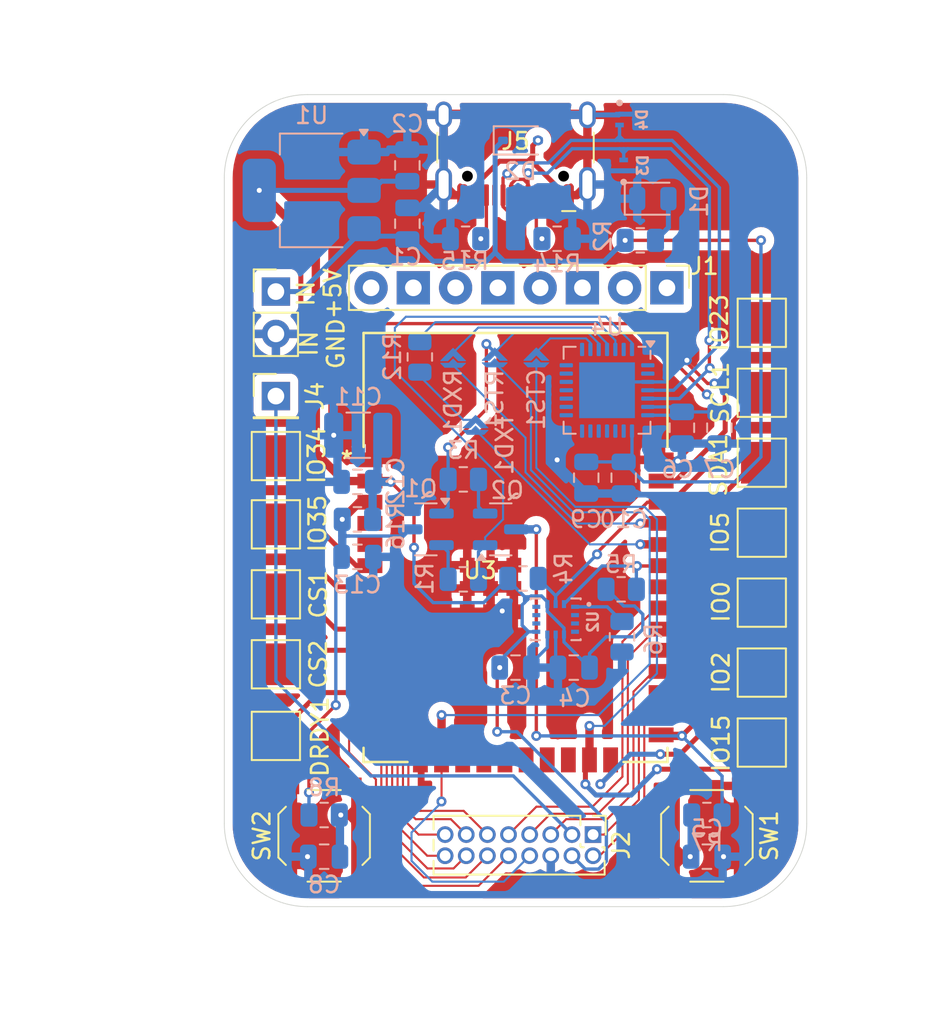
<source format=kicad_pcb>
(kicad_pcb (version 20240108) (generator "pcbnew") (generator_version "8.0")
  (layers (0 "F.Cu" signal) (31 "B.Cu" signal) (34 "B.Paste" user) (35 "F.Paste" user) (36 "B.SilkS" user "B.Silkscreen") (37 "F.SilkS" user "F.Silkscreen") (38 "B.Mask" user) (39 "F.Mask" user) (44 "Edge.Cuts" user))
  (net 0 "")
  (net 1 "Net-(C5-Pad2)")
  (net 2 "Net-(C8-Pad2)")
  (net 3 "Net-(D2-A)")
  (net 4 "Net-(D4-A2)")
  (net 5 "Net-(J5-CC1)")
  (net 7 "Net-(J5-CC2)")
  (net 9 "Net-(U2-SDO)")
  (net 10 "Net-(U4-TXD)")
  (net 15 "GND")
  (net 23 "+3.3V")
  (net 24 "+5V")
  (net 25 "Net-(D1-A)")
  (net 27 "EN")
  (net 28 "Net-(D3-A2)")
  (net 32 "RTS")
  (net 33 "Net-(Q1-B)")
  (net 34 "Net-(Q2-B)")
  (net 35 "DTR")
  (net 36 "IO0")
  (net 37 "TXD")
  (net 39 "TX0")
  (net 40 "RXD")
  (net 41 "RX0")
  (net 42 "CTS")
  (net 43 "IO15")
  (net 44 "DSR")
  (net 45 "ACTIVE")
  (net 46 "DCD")
  (net 47 "RI")
  (net 48 "IO23")
  (net 49 "IO35")
  (net 50 "SENSOR_VN")
  (net 51 "IO34")
  (net 52 "SENSOR_VP")
  (net 53 "IO5")
  (net 54 "IO2")
  (net 58 "DRDY")
  (net 59 "CS1")
  (net 60 "MISO")
  (net 61 "RLD")
  (net 62 "CS6")
  (net 63 "CS4")
  (net 64 "CS5")
  (net 65 "START")
  (net 66 "CLK")
  (net 67 "CS3")
  (net 68 "CS2")
  (net 69 "PWDN")
  (net 70 "SPICLK")
  (net 71 "PGA2P")
  (net 72 "PGA2N")
  (net 73 "GNDA")
  (net 74 "PGA1P")
  (net 75 "PGA1N")
  (net 76 "MOSI")
  (net 77 "SCL")
  (net 78 "SDA")
  (footprint "Connector_PinHeader_1.27mm:PinHeader_2x08_P1.27mm_Vertical" (layer "F.Cu") (at 172.16 122.425 -90)
    (property "Reference" "J2")
    (property "Value" "Conn_02x08_Odd_Even")
  )
  (footprint "TestPoint:TestPoint_Pad_2.5x2.5mm" (layer "F.Cu") (at 182.3 100.1)
    (property "Reference" "SDA1")
    (property "Value" "TestPoint")
  )
  (footprint "TestPoint:TestPoint_Pad_2.5x2.5mm" (layer "F.Cu") (at 182.3 104.3)
    (property "Reference" "IO5")
    (property "Value" "TestPoint")
  )
  (footprint "TestPoint:TestPoint_Pad_2.5x2.5mm" (layer "F.Cu") (at 153.1 99.7)
    (property "Reference" "IO34")
    (property "Value" "TestPoint")
  )
  (footprint "Connector_PinHeader_2.54mm:PinHeader_1x08_P2.54mm_Vertical" (layer "F.Cu") (at 176.6 89.6 -90)
    (property "Reference" "J1")
    (property "Value" "Conn_01x08_Pin")
  )
  (footprint "TestPoint:TestPoint_Pad_2.5x2.5mm" (layer "F.Cu") (at 153.1 103.8)
    (property "Reference" "IO35")
    (property "Value" "TestPoint")
  )
  (footprint "TestPoint:TestPoint_Pad_2.5x2.5mm" (layer "F.Cu") (at 182.3 116.9)
    (property "Reference" "IO15")
    (property "Value" "TestPoint")
  )
  (footprint "TestPoint:TestPoint_Pad_2.5x2.5mm" (layer "F.Cu") (at 182.3 91.7)
    (property "Reference" "IO23")
    (property "Value" "TestPoint")
  )
  (footprint "TestPoint:TestPoint_Pad_2.5x2.5mm" (layer "F.Cu") (at 182.3 95.9)
    (property "Reference" "SCL1")
    (property "Value" "TestPoint")
  )
  (footprint "Connector_USB:USB_C_Receptacle_HCTL_HC-TYPE-C-16P-01A" (layer "F.Cu") (at 167.5 80.29281 180)
    (property "Reference" "J5")
    (property "Value" "USB_C_Receptacle_USB2.0_16P")
  )
  (footprint "Connector_PinHeader_2.54mm:PinHeader_1x01_P2.54mm_Vertical" (layer "F.Cu") (at 153.1 96.1)
    (property "Reference" "J4")
    (property "Value" "Conn_01x01_Socket")
  )
  (footprint "TestPoint:TestPoint_Pad_2.5x2.5mm" (layer "F.Cu") (at 153.1 112.2)
    (property "Reference" "CS2")
    (property "Value" "TestPoint")
  )
  (footprint "Button_Switch_SMD:SW_Push_1P1T_XKB_TS-1187A" (layer "F.Cu") (at 156 122.5 90)
    (property "Reference" "SW2")
    (property "Value" "SW_Push")
  )
  (footprint "TestPoint:TestPoint_Pad_2.5x2.5mm" (layer "F.Cu") (at 153.1 116.5)
    (property "Reference" "DRDY1")
    (property "Value" "TestPoint")
  )
  (footprint "SEMG:ESP32­WROOM­32E_EXP" (layer "F.Cu") (at 167.5 105.19)
    (property "Reference" "U3")
    (property "Value" "ESP32-WROOM-32E-N8")
  )
  (footprint "TestPoint:TestPoint_Pad_2.5x2.5mm" (layer "F.Cu") (at 153.1 108)
    (property "Reference" "CS1")
    (property "Value" "TestPoint")
  )
  (footprint "TestPoint:TestPoint_Pad_2.5x2.5mm" (layer "F.Cu") (at 182.3 112.7)
    (property "Reference" "IO2")
    (property "Value" "TestPoint")
  )
  (footprint "Button_Switch_SMD:SW_Push_1P1T_XKB_TS-1187A" (layer "F.Cu") (at 179 122.5 -90)
    (property "Reference" "SW1")
    (property "Value" "SW_Push")
  )
  (footprint "Connector_PinHeader_2.54mm:PinHeader_1x02_P2.54mm_Vertical" (layer "F.Cu") (at 153.1 89.825)
    (property "Reference" "J3" (hide yes))
    (property "Value" "Conn_01x02_Socket")
  )
  (footprint "TestPoint:TestPoint_Pad_2.5x2.5mm" (layer "F.Cu") (at 182.3 108.5)
    (property "Reference" "IO0")
    (property "Value" "TestPoint")
  )
  (footprint "Capacitor_SMD:C_0805_2012Metric" (layer "B.Cu") (at 171 112.4 180)
    (property "Reference" "C4")
    (property "Value" "100nF")
  )
  (footprint "Resistor_SMD:R_0805_2012Metric" (layer "B.Cu") (at 164.3625 107.1 180)
    (property "Reference" "R1")
    (property "Value" "12K")
  )
  (footprint "Capacitor_SMD:C_0805_2012Metric" (layer "B.Cu") (at 177.5 98 -90)
    (property "Reference" "C6")
    (property "Value" "10uF")
  )
  (footprint "SEMG:JumperDiamond" (layer "B.Cu") (at 166.25 94)
    (property "Reference" "RTS1")
    (property "Value" "OR")
  )
  (footprint "Capacitor_SMD:C_0805_2012Metric" (layer "B.Cu") (at 158 101.25 180)
    (property "Reference" "C12")
    (property "Value" "1uF")
  )
  (footprint "Resistor_SMD:R_0805_2012Metric" (layer "B.Cu") (at 179 121.25)
    (property "Reference" "R7")
    (property "Value" "470")
  )
  (footprint "Capacitor_SMD:C_0805_2012Metric" (layer "B.Cu") (at 167.5 112.4)
    (property "Reference" "C3")
    (property "Value" "100nF")
  )
  (footprint "Resistor_SMD:R_0805_2012Metric" (layer "B.Cu") (at 167.95 107.05)
    (property "Reference" "R4")
    (property "Value" "2.2k")
  )
  (footprint "Capacitor_SMD:C_0805_2012Metric" (layer "B.Cu") (at 179 123.75 180)
    (property "Reference" "C5")
    (property "Value" "1nF")
  )
  (footprint "Capacitor_SMD:C_0805_2012Metric" (layer "B.Cu") (at 158 105.75)
    (property "Reference" "C13")
    (property "Value" "1nF")
  )
  (footprint "Package_TO_SOT_SMD:SOT-223-3_TabPin2" (layer "B.Cu") (at 155.25 83.75 180)
    (property "Reference" "U1")
    (property "Value" "NCP1117-3.3_SOT223")
  )
  (footprint "SEMG:JumperDiamond" (layer "B.Cu") (at 168.75 94)
    (property "Reference" "CTS1")
    (property "Value" "OR")
  )
  (footprint "Capacitor_SMD:C_0805_2012Metric" (layer "B.Cu") (at 161 82.25 90)
    (property "Reference" "C2")
    (property "Value" "10uF")
  )
  (footprint "Resistor_SMD:R_0805_2012Metric" (layer "B.Cu") (at 173.9 110.55 -90)
    (property "Reference" "R6")
    (property "Value" "10k")
  )
  (footprint "Diode_SMD:D_SOD-323" (layer "B.Cu") (at 167.8 80.75)
    (property "Reference" "D2")
    (property "Value" "1N5819")
  )
  (footprint "Capacitor_SMD:C_0805_2012Metric" (layer "B.Cu") (at 161 85.75 90)
    (property "Reference" "C1")
    (property "Value" "10uF")
  )
  (footprint "Resistor_SMD:R_0805_2012Metric" (layer "B.Cu") (at 173.85 107.7)
    (property "Reference" "R5")
    (property "Value" "2.2k")
  )
  (footprint "Package_TO_SOT_SMD:SOT-23" (layer "B.Cu") (at 166.6125 104.1)
    (property "Reference" "Q2")
    (property "Value" "S8050")
  )
  (footprint "Capacitor_SMD:C_0805_2012Metric" (layer "B.Cu") (at 179.75 98 -90)
    (property "Reference" "C7")
    (property "Value" "100nF")
  )
  (footprint "Package_DFN_QFN:QFN-28-1EP_5x5mm_P0.5mm_EP3.35x3.35mm" (layer "B.Cu") (at 173 95.75 180)
    (property "Reference" "U4")
    (property "Value" "CP2102_QFN_P28")
  )
  (footprint "Capacitor_SMD:C_0805_2012Metric" (layer "B.Cu") (at 171.75 101 -90)
    (property "Reference" "C9")
    (property "Value" "10uF")
  )
  (footprint "Resistor_SMD:R_0805_2012Metric" (layer "B.Cu") (at 164.3625 101.1)
    (property "Reference" "R3")
    (property "Value" "12K")
  )
  (footprint "Diode_SMD:D_0805_2012Metric" (layer "B.Cu") (at 175.75 84.25)
    (property "Reference" "D1")
    (property "Value" "LED")
  )
  (footprint "Package_TO_SOT_SMD:SOT-23" (layer "B.Cu") (at 162.1125 104.1 180)
    (property "Reference" "Q1")
    (property "Value" "S8050")
  )
  (footprint "Capacitor_SMD:C_0805_2012Metric" (layer "B.Cu") (at 156 123.75)
    (property "Reference" "C8")
    (property "Value" "1nF")
  )
  (footprint "Capacitor_SMD:C_1210_3225Metric" (layer "B.Cu") (at 158.05 98.45 180)
    (property "Reference" "C11")
    (property "Value" "100uF")
  )
  (footprint "Resistor_SMD:R_0805_2012Metric" (layer "B.Cu") (at 161.75 93.75 -90)
    (property "Reference" "R12")
    (property "Value" "470")
  )
  (footprint "Capacitor_SMD:C_0805_2012Metric" (layer "B.Cu") (at 174 101 -90)
    (property "Reference" "C10")
    (property "Value" "100nF")
  )
  (footprint "SEMG:XDCR_BMI270" (layer "B.Cu") (at 169.9125 109.5 180)
    (property "Reference" "U2")
    (property "Value" "BMI270")
  )
  (footprint "Resistor_SMD:R_0805_2012Metric" (layer "B.Cu") (at 164.5 86.65281 180)
    (property "Reference" "R15")
    (property "Value" "5.1k")
  )
  (footprint "SEMG:JumperDiamond" (layer "B.Cu") (at 165.1 98.05)
    (property "Reference" "TXD1")
    (property "Value" "OR")
  )
  (footprint "SEMG:DFN1006-2N" (layer "B.Cu") (at 174 82.25 90)
    (property "Reference" "D3")
    (property "Value" "ESD05V88D-LC")
  )
  (footprint "Resistor_SMD:R_0805_2012Metric" (layer "B.Cu") (at 156 121.25 180)
    (property "Reference" "R8")
    (property "Value" "470")
  )
  (footprint "Resistor_SMD:R_0805_2012Metric" (layer "B.Cu") (at 170 86.65281)
    (property "Reference" "R14")
    (property "Value" "5.1k")
  )
  (footprint "SEMG:DFN1006-2N" (layer "B.Cu") (at 173.75 79.5 -90)
    (property "Reference" "D4")
    (property "Value" "ESD05V88D-LC")
  )
  (footprint "Resistor_SMD:R_0805_2012Metric" (layer "B.Cu") (at 158 103.5 180)
    (property "Reference" "R16")
    (property "Value" "12K")
  )
  (footprint "Resistor_SMD:R_0805_2012Metric" (layer "B.Cu") (at 175 86.75)
    (property "Reference" "R2")
    (property "Value" "2K")
  )
  (footprint "SEMG:JumperDiamond" (layer "B.Cu") (at 163.75 94.025)
    (property "Reference" "RXD1")
    (property "Value" "OR")
  )
  (gr_arc (start 155 126.750066) (mid 151.464443 125.285604) (end 150 121.750066) (stroke (width 0.05)) (layer "Edge.Cuts"))
  (gr_arc (start 150 82.999966) (mid 151.464478 79.464454) (end 155 77.999966) (stroke (width 0.05)) (layer "Edge.Cuts"))
  (gr_line (start 185 121.749966) (end 185 83.000066) (stroke (width 0.05)) (layer "Edge.Cuts"))
  (gr_arc (start 185 121.749966) (mid 183.535546 125.285522) (end 180 126.749966) (stroke (width 0.05)) (layer "Edge.Cuts"))
  (gr_arc (start 180 78.000066) (mid 183.535511 79.464536) (end 185 83.000066) (stroke (width 0.05)) (layer "Edge.Cuts"))
  (gr_line (start 155 126.75) (end 180 126.75) (stroke (width 0.05)) (layer "Edge.Cuts"))
  (gr_line (start 180 78) (end 155 78) (stroke (width 0.05)) (layer "Edge.Cuts"))
  (gr_line (start 150 82.999966) (end 150 121.750066) (stroke (width 0.05)) (layer "Edge.Cuts"))
  (gr_text "IN\nGND\n\n" (at 158.9 92.95 90) (layer "F.SilkS") (effects (font (size 1 1)) (justify bottom)))
  (gr_text "IN\n+5V\n" (at 157.1 89.95 90) (layer "F.SilkS") (effects (font (size 1 1)) (justify bottom)))
  (segment (start 177.125 119.5) (end 177.125 123.25) (width 0.5) (layer "F.Cu") (net 1))
  (segment (start 177.125 123.25) (end 177.125 123.75) (width 0.5) (layer "F.Cu") (net 1))
  (segment (start 177.125 124.25) (end 177.125 125.5) (width 0.5) (layer "F.Cu") (net 1))
  (segment (start 177.125 123.75) (end 177.125 124.25) (width 0.5) (layer "F.Cu") (net 1))
  (segment (start 178 123.75) (end 177.125 123.75) (width 0.5) (layer "F.Cu") (net 1))
  (segment (start 177.625 123.75) (end 177.125 123.25) (width 0.5) (layer "F.Cu") (net 1))
  (segment (start 178 123.75) (end 177.625 123.75) (width 0.5) (layer "F.Cu") (net 1))
  (segment (start 177.625 123.75) (end 177.125 124.25) (width 0.5) (layer "F.Cu") (net 1))
  (via (at 178 123.75) (size 0.6) (drill 0.3) (layers "F.Cu" "B.Cu") (net 1))
  (segment (start 178.0875 123.7125) (end 178.05 123.75) (width 0.5) (layer "B.Cu") (net 1))
  (segment (start 178.0875 121.25) (end 178.0875 123.7125) (width 0.5) (layer "B.Cu") (net 1))
  (segment (start 178.05 123.75) (end 178 123.75) (width 0.5) (layer "B.Cu") (net 1))
  (segment (start 157.875 121.75) (end 157.875 121.625) (width 0.5) (layer "F.Cu") (net 2))
  (segment (start 157.875 125.5) (end 157.875 121.75) (width 0.5) (layer "F.Cu") (net 2))
  (segment (start 157.5 121.25) (end 157.875 121.25) (width 0.5) (layer "F.Cu") (net 2))
  (segment (start 157.875 121.25) (end 157.875 120.75) (width 0.5) (layer "F.Cu") (net 2))
  (segment (start 157.875 121.625) (end 157.5 121.25) (width 0.5) (layer "F.Cu") (net 2))
  (segment (start 157.875 120.75) (end 157.875 119.5) (width 0.5) (layer "F.Cu") (net 2))
  (segment (start 157.875 121.75) (end 157.875 121.25) (width 0.5) (layer "F.Cu") (net 2))
  (segment (start 157.875 120.875) (end 157.5 121.25) (width 0.5) (layer "F.Cu") (net 2))
  (segment (start 157.875 120.75) (end 157.875 120.875) (width 0.5) (layer "F.Cu") (net 2))
  (segment (start 157 121.25) (end 157.5 121.25) (width 0.5) (layer "F.Cu") (net 2))
  (via (at 157 121.25) (size 0.6) (drill 0.3) (layers "F.Cu" "B.Cu") (net 2))
  (segment (start 157 121.25) (end 156.95 121.3) (width 0.5) (layer "B.Cu") (net 2))
  (segment (start 156.95 121.3) (end 156.95 123.75) (width 0.5) (layer "B.Cu") (net 2))
  (segment (start 168.532195 82.06531) (end 169.9 83.433115) (width 0.3) (layer "F.Cu") (net 3))
  (segment (start 165.1 83.43469) (end 166.53469 82) (width 0.3) (layer "F.Cu") (net 3))
  (segment (start 168.25 82) (end 168.466885 82) (width 0.3) (layer "F.Cu") (net 3))
  (segment (start 168.85 80.75) (end 168.532195 81.067805) (width 0.3) (layer "F.Cu") (net 3))
  (segment (start 168.532195 81.7) (end 168.532195 82.06531) (width 0.3) (layer "F.Cu") (net 3))
  (segment (start 168.532195 81.717805) (end 168.25 82) (width 0.3) (layer "F.Cu") (net 3))
  (segment (start 169.9 83.433115) (end 169.9 84.03781) (width 0.3) (layer "F.Cu") (net 3))
  (segment (start 166.53469 82) (end 168.25 82) (width 0.3) (layer "F.Cu") (net 3))
  (segment (start 168.466885 82) (end 168.532195 82.06531) (width 0.3) (layer "F.Cu") (net 3))
  (segment (start 168.532195 81.7) (end 168.532195 81.717805) (width 0.3) (layer "F.Cu") (net 3))
  (segment (start 165.1 84.03781) (end 165.1 83.43469) (width 0.3) (layer "F.Cu") (net 3))
  (segment (start 168.532195 81.067805) (end 168.532195 81.7) (width 0.3) (layer "F.Cu") (net 3))
  (via (at 168.85 80.75) (size 0.6) (drill 0.3) (layers "F.Cu" "B.Cu") (net 3))
  (segment (start 167.75 84.03781) (end 167.75 84.72022) (width 0.2) (layer "F.Cu") (net 4))
  (segment (start 166.75 84.72022) (end 166.75 84.03781) (width 0.2) (layer "F.Cu") (net 4))
  (segment (start 166.75 83.006872) (end 166.75 84.03781) (width 0.2) (layer "F.Cu") (net 4))
  (segment (start 167.003436 82.753436) (end 166.75 83.006872) (width 0.2) (layer "F.Cu") (net 4))
  (segment (start 167.75 84.72022) (end 167.48241 84.98781) (width 0.2) (layer "F.Cu") (net 4))
  (segment (start 167.01759 84.98781) (end 166.75 84.72022) (width 0.2) (layer "F.Cu") (net 4))
  (segment (start 167.48241 84.98781) (end 167.01759 84.98781) (width 0.2) (layer "F.Cu") (net 4))
  (via (at 167.003436 82.753436) (size 0.6) (drill 0.3) (layers "F.Cu" "B.Cu") (net 4))
  (segment (start 173.75 80.5) (end 173.5 80.75) (width 0.2) (layer "B.Cu") (net 4))
  (segment (start 167.003436 82.753436) (end 167.656872 82.1) (width 0.2) (layer "B.Cu") (net 4))
  (segment (start 177 95.75) (end 175.45 95.75) (width 0.2) (layer "B.Cu") (net 4))
  (segment (start 176.912876 80.75) (end 179.75 83.587124) (width 0.2) (layer "B.Cu") (net 4))
  (segment (start 173.75 80.75) (end 174 80.75) (width 0.2) (layer "B.Cu") (net 4))
  (segment (start 173.75 80.5) (end 174 80.75) (width 0.2) (layer "B.Cu") (net 4))
  (segment (start 174 80.75) (end 176.912876 80.75) (width 0.2) (layer "B.Cu") (net 4))
  (segment (start 173.75 80.5) (end 173.75 80.75) (width 0.2) (layer "B.Cu") (net 4))
  (segment (start 167.656872 82.1) (end 169.484314 82.1) (width 0.2) (layer "B.Cu") (net 4))
  (segment (start 170.834314 80.75) (end 173.5 80.75) (width 0.2) (layer "B.Cu") (net 4))
  (segment (start 179.75 93) (end 177 95.75) (width 0.2) (layer "B.Cu") (net 4))
  (segment (start 173.5 80.75) (end 173.75 80.75) (width 0.2) (layer "B.Cu") (net 4))
  (segment (start 179.75 83.587124) (end 179.75 93) (width 0.2) (layer "B.Cu") (net 4))
  (segment (start 173.75 79.825) (end 173.75 80.5) (width 0.2) (layer "B.Cu") (net 4))
  (segment (start 169.484314 82.1) (end 170.834314 80.75) (width 0.2) (layer "B.Cu") (net 4))
  (segment (start 168.75 86.31531) (end 169.0875 86.65281) (width 0.2) (layer "F.Cu") (net 5))
  (segment (start 168.75 84.03781) (end 168.75 86.31531) (width 0.2) (layer "F.Cu") (net 5))
  (via (at 169.0875 86.65281) (size 0.6) (drill 0.3) (layers "F.Cu" "B.Cu") (net 5))
  (segment (start 165.75 86.31531) (end 165.4125 86.65281) (width 0.2) (layer "F.Cu") (net 7))
  (segment (start 165.75 84.03781) (end 165.75 86.31531) (width 0.2) (layer "F.Cu") (net 7))
  (via (at 165.4125 86.65281) (size 0.6) (drill 0.3) (layers "F.Cu" "B.Cu") (net 7))
  (segment (start 173.9 109.6375) (end 173.0125 108.75) (width 0.2) (layer "B.Cu") (net 9))
  (segment (start 173.0125 108.75) (end 171.075 108.75) (width 0.2) (layer "B.Cu") (net 9))
  (segment (start 172.4125 91.6625) (end 162.675 91.6625) (width 0.125) (layer "B.Cu") (net 10))
  (segment (start 173.5 93.3) (end 173.5 92.75) (width 0.125) (layer "B.Cu") (net 10))
  (segment (start 173.5 92.75) (end 172.4125 91.6625) (width 0.125) (layer "B.Cu") (net 10))
  (segment (start 162.675 91.6625) (end 161.5 92.8375) (width 0.125) (layer "B.Cu") (net 10))
  (segment (start 163.245 79.15281) (end 171.755 79.15281) (width 0.5) (layer "F.Cu") (net 15))
  (segment (start 180.875 124.125) (end 180.5 123.75) (width 0.5) (layer "F.Cu") (net 15))
  (segment (start 164.6 107.65) (end 167.4 107.65) (width 0.5) (layer "F.Cu") (net 15))
  (segment (start 179.041553 95.340082) (end 177.799265 94.097794) (width 0.2) (layer "F.Cu") (net 15))
  (segment (start 163.82 84.03781) (end 163.18 83.39781) (width 0.5) (layer "F.Cu") (net 15))
  (segment (start 154.125 124.25) (end 154.125 124.125) (width 0.5) (layer "F.Cu") (net 15))
  (segment (start 170 99.93) (end 176.25 99.93) (width 0.5) (layer "F.Cu") (net 15))
  (segment (start 166.7 109) (end 166.75 109.05) (width 0.5) (layer "F.Cu") (net 15))
  (segment (start 180.875 123.25) (end 180.875 123.75) (width 0.5) (layer "F.Cu") (net 15))
  (segment (start 161.785 111.865) (end 164.6 109.05) (width 0.5) (layer "F.Cu") (net 15))
  (segment (start 180.875 123.75) (end 180.875 124.25) (width 0.5) (layer "F.Cu") (net 15))
  (segment (start 171.18 84.03781) (end 171.82 83.39781) (width 0.5) (layer "F.Cu") (net 15))
  (segment (start 177.25 100) (end 176.32 100) (width 0.5) (layer "F.Cu") (net 15))
  (segment (start 166.75 109.05) (end 167.4 109.05) (width 0.5) (layer "F.Cu") (net 15))
  (segment (start 164 99.93) (end 165 99.93) (width 0.5) (layer "F.Cu") (net 15))
  (segment (start 156.575 98.45) (end 158.055 99.93) (width 0.5) (layer "F.Cu") (net 15))
  (segment (start 180.875 124.25) (end 180.875 124.125) (width 0.5) (layer "F.Cu") (net 15))
  (segment (start 180.875 123.25) (end 180.875 123.375) (width 0.5) (layer "F.Cu") (net 15))
  (segment (start 180.875 124.25) (end 180.875 125.5) (width 0.5) (layer "F.Cu") (net 15))
  (segment (start 154.125 123.25) (end 154.125 119.5) (width 0.5) (layer "F.Cu") (net 15))
  (segment (start 164.6 106.25) (end 164.6 109.05) (width 0.5) (layer "F.Cu") (net 15))
  (segment (start 154.125 123.25) (end 154.125 123.375) (width 0.5) (layer "F.Cu") (net 15))
  (segment (start 170.7 84.75) (end 170.7 85.35) (width 0.5) (layer "F.Cu") (net 15))
  (segment (start 163.18 79.21781) (end 163.18 83.39781) (width 0.5) (layer "F.Cu") (net 15))
  (segment (start 167.4 106.25) (end 167.4 109.05) (width 0.5) (layer "F.Cu") (net 15))
  (segment (start 179.452231 95.340082) (end 179.041553 95.340082) (width 0.2) (layer "F.Cu") (net 15))
  (segment (start 169.62 125.22) (end 169.95 125.55) (width 0.3) (layer "F.Cu") (net 15))
  (segment (start 158.75 99.93) (end 164 99.93) (width 0.5) (layer "F.Cu") (net 15))
  (segment (start 158.055 99.93) (end 158.75 99.93) (width 0.5) (layer "F.Cu") (net 15))
  (segment (start 154.125 124.25) (end 154.125 123.75) (width 0.5) (layer "F.Cu") (net 15))
  (segment (start 164.6 106.25) (end 167.4 106.25) (width 0.5) (layer "F.Cu") (net 15))
  (segment (start 164.3 84.03781) (end 164.3 85.7) (width 0.5) (layer "F.Cu") (net 15))
  (segment (start 164.6 100.33) (end 165 99.93) (width 0.5) (layer "F.Cu") (net 15))
  (segment (start 164.2 99.93) (end 164.6 100.33) (width 0.5) (layer "F.Cu") (net 15))
  (segment (start 161.785 117.94) (end 161.785 111.865) (width 0.5) (layer "F.Cu") (net 15))
  (segment (start 164.3 85.7) (end 164.2 85.8) (width 0.5) (layer "F.Cu") (net 15))
  (segment (start 180.875 123.375) (end 180.5 123.75) (width 0.5) (layer "F.Cu") (net 15))
  (segment (start 163.18 79.21781) (end 163.245 79.15281) (width 0.5) (layer "F.Cu") (net 15))
  (segment (start 154.125 124.125) (end 154.5 123.75) (width 0.5) (layer "F.Cu") (net 15))
  (segment (start 165 99.93) (end 170 99.93) (width 0.5) (layer "F.Cu") (net 15))
  (segment (start 154.125 123.75) (end 154.125 123.25) (width 0.5) (layer "F.Cu") (net 15))
  (segment (start 166.65 109.05) (end 166.7 109) (width 0.5) (layer "F.Cu") (net 15))
  (segment (start 170.7 84.03781) (end 170.7 84.75) (width 0.5) (layer "F.Cu") (net 15))
  (segment (start 180 123.75) (end 180.5 123.75) (width 0.5) (layer "F.Cu") (net 15))
  (segment (start 180.5 123.75) (end 180.875 123.75) (width 0.5) (layer "F.Cu") (net 15))
  (segment (start 154.125 123.375) (end 154.5 123.75) (width 0.5) (layer "F.Cu") (net 15))
  (segment (start 170.7 84.03781) (end 171.18 84.03781) (width 0.5) (layer "F.Cu") (net 15))
  (segment (start 171.755 79.15281) (end 171.82 79.21781) (width 0.5) (layer "F.Cu") (net 15))
  (segment (start 169.62 123.695) (end 169.62 125.22) (width 0.3) (layer "F.Cu") (net 15))
  (segment (start 155 123.75) (end 154.5 123.75) (width 0.5) (layer "F.Cu") (net 15))
  (segment (start 176.32 100) (end 176.25 99.93) (width 0.5) (layer "F.Cu") (net 15))
  (segment (start 154.125 125.5) (end 154.125 124.25) (width 0.5) (layer "F.Cu") (net 15))
  (segment (start 154.5 123.75) (end 154.125 123.75) (width 0.5) (layer "F.Cu") (net 15))
  (segment (start 164.6 109.05) (end 166.65 109.05) (width 0.5) (layer "F.Cu") (net 15))
  (segment (start 171.82 79.21781) (end 171.82 83.39781) (width 0.3) (layer "F.Cu") (net 15))
  (segment (start 177.799265 94.097794) (end 177.799265 93.950735) (width 0.2) (layer "F.Cu") (net 15))
  (segment (start 164.6 106.25) (end 164.6 100.33) (width 0.5) (layer "F.Cu") (net 15))
  (segment (start 164.3 84.03781) (end 163.82 84.03781) (width 0.5) (layer "F.Cu") (net 15))
  (segment (start 166 106.25) (end 166 109.05) (width 0.5) (layer "F.Cu") (net 15))
  (segment (start 180.875 119.5) (end 180.875 123.25) (width 0.5) (layer "F.Cu") (net 15))
  (segment (start 164 99.93) (end 164.2 99.93) (width 0.5) (layer "F.Cu") (net 15))
  (via (at 166.7 109) (size 0.6) (drill 0.3) (layers "F.Cu" "B.Cu") (net 15))
  (via (at 156.575 98.45) (size 0.6) (drill 0.3) (layers "F.Cu" "B.Cu") (net 15))
  (via (at 155 123.75) (size 0.6) (drill 0.3) (layers "F.Cu" "B.Cu") (net 15))
  (via (at 170 99.93) (size 0.6) (drill 0.3) (layers "F.Cu" "B.Cu") (net 15))
  (via (at 180 123.75) (size 0.6) (drill 0.3) (layers "F.Cu" "B.Cu") (net 15))
  (via (at 177.25 100) (size 0.6) (drill 0.3) (layers "F.Cu" "B.Cu") (net 15))
  (via (at 177.799265 93.950735) (size 0.6) (drill 0.3) (layers "F.Cu" "B.Cu") (net 15))
  (via (at 179.452231 95.340082) (size 0.6) (drill 0.3) (layers "F.Cu" "B.Cu") (net 15))
  (segment (start 174 82.575) (end 174.925 82.575) (width 0.3) (layer "B.Cu") (net 15))
  (segment (start 161 84.8) (end 161.77781 84.8) (width 0.5) (layer "B.Cu") (net 15))
  (segment (start 174.925 82.575) (end 175 82.5) (width 0.3) (layer "B.Cu") (net 15))
  (segment (start 173.075 82.575) (end 173 82.5) (width 0.3) (layer "B.Cu") (net 15))
  (segment (start 177.5 99.75) (end 177.25 100) (width 0.5) (layer "B.Cu") (net 15))
  (segment (start 169.9125 112.2625) (end 170.05 112.4) (width 0.2) (layer "B.Cu") (net 15))
  (segment (start 156.8 101) (end 157.05 101.25) (width 0.5) (layer "B.Cu") (net 15))
  (segment (start 162.25 86.5) (end 162.40281 86.65281) (width 0.5) (layer "B.Cu") (net 15))
  (segment (start 175.45 95.25) (end 176.5 95.25) (width 0.2) (layer "B.Cu") (net 15))
  (segment (start 169.4125 111.1875) (end 168.45 112.15) (width 0.2) (layer "B.Cu") (net 15))
  (segment (start 161.77781 84.8) (end 163.18 83.39781) (width 0.5) (layer "B.Cu") (net 15))
  (segment (start 176.5 95.25) (end 177.75 94) (width 0.2) (layer "B.Cu") (net 15))
  (segment (start 168.45 112.15) (end 168.45 112.4) (width 0.2) (layer "B.Cu") (net 15))
  (segment (start 169.62 123.695) (end 169.62 125.18) (width 0.3) (layer "B.Cu") (net 15))
  (segment (start 169.9125 110.4125) (end 169.9125 112.2625) (width 0.2) (layer "B.Cu") (net 15))
  (segment (start 156.8 98.675) (end 156.8 101) (width 0.5) (layer "B.Cu") (net 15))
  (segment (start 173.5 95.25) (end 173 95.75) (width 0.2) (layer "B.Cu") (net 15))
  (segment (start 170.16781 79.21781) (end 170.15 79.2) (width 0.3) (layer "B.Cu") (net 15))
  (segment (start 169.4125 110.4125) (end 169.4125 111.1875) (width 0.2) (layer "B.Cu") (net 15))
  (segment (start 162.3 84.8) (end 162.5 85) (width 0.5) (layer "B.Cu") (net 15))
  (segment (start 177.75 94) (end 177.799265 93.950735) (width 0.2) (layer "B.Cu") (net 15))
  (segment (start 169.62 125.18) (end 169.55 125.25) (width 0.3) (layer "B.Cu") (net 15))
  (segment (start 171.82 79.21781) (end 173.70719 79.21781) (width 0.3) (layer "B.Cu") (net 15))
  (segment (start 173.75 79.175) (end 174.925 79.175) (width 0.3) (layer "B.Cu") (net 15))
  (segment (start 174.925 79.175) (end 175 79.25) (width 0.3) (layer "B.Cu") (net 15))
  (segment (start 171.75 101.95) (end 170 100.2) (width 0.5) (layer "B.Cu") (net 15))
  (segment (start 170.65 114.3) (end 170.05 113.7) (width 0.3) (layer "B.Cu") (net 15))
  (segment (start 174 101.95) (end 174.3875 102.3375) (width 0.3) (layer "B.Cu") (net 15))
  (segment (start 162.5 85) (end 162.25 85.25) (width 0.5) (layer "B.Cu") (net 15))
  (segment (start 170 100.2) (end 170 99.93) (width 0.5) (layer "B.Cu") (net 15))
  (segment (start 170.05 113.7) (end 170.05 112.4) (width 0.3) (layer "B.Cu") (net 15))
  (segment (start 174 101.95) (end 171.75 101.95) (width 0.5) (layer "B.Cu") (net 15))
  (segment (start 156.575 98.45) (end 156.8 98.675) (width 0.5) (layer "B.Cu") (net 15))
  (segment (start 174 82.575) (end 173.075 82.575) (width 0.3) (layer "B.Cu") (net 15))
  (segment (start 173.9 111.4625) (end 173.9 112.55) (width 0.3) (layer "B.Cu") (net 15))
  (segment (start 177.5 98.95) (end 177.5 99.75) (width 0.5) (layer "B.Cu") (net 15))
  (segment (start 179.95 123.75) (end 180 123.75) (width 0.5) (layer "B.Cu") (net 15))
  (segment (start 155.05 123.75) (end 155 123.75) (width 0.5) (layer "B.Cu") (net 15))
  (segment (start 162.25 85.25) (end 162.25 86.5) (width 0.5) (layer "B.Cu") (net 15))
  (segment (start 173.70719 79.21781) (end 173.75 79.175) (width 0.3) (layer "B.Cu") (net 15))
  (segment (start 161 84.8) (end 162.3 84.8) (width 0.5) (layer "B.Cu") (net 15))
  (segment (start 171.82 79.21781) (end 170.16781 79.21781) (width 0.3) (layer "B.Cu") (net 15))
  (segment (start 173.9 112.55) (end 172.15 114.3) (width 0.3) (layer "B.Cu") (net 15))
  (segment (start 162.40281 86.65281) (end 163.5875 86.65281) (width 0.5) (layer "B.Cu") (net 15))
  (segment (start 175.45 95.25) (end 173.5 95.25) (width 0.2) (layer "B.Cu") (net 15))
  (segment (start 172.15 114.3) (end 170.65 114.3) (width 0.3) (layer "B.Cu") (net 15))
  (segment (start 155.5 91.75) (end 155.5 91.25) (width 0.5) (layer "F.Cu") (net 23))
  (segment (start 158.75 101.2) (end 159.95 101.2) (width 0.5) (layer "F.Cu") (net 23))
  (segment (start 156 91.75) (end 155.5 92.25) (width 0.2) (layer "F.Cu") (net 23))
  (segment (start 156 91.75) (end 155.5 91.75) (width 0.2) (layer "F.Cu") (net 23))
  (segment (start 157.2 101.2) (end 155.5 99.5) (width 0.5) (layer "F.Cu") (net 23))
  (segment (start 174.75 91.75) (end 156 91.75) (width 0.2) (layer "F.Cu") (net 23))
  (segment (start 158.75 101.2) (end 157.2 101.2) (width 0.5) (layer "F.Cu") (net 23))
  (segment (start 161.4 105.2) (end 161.4 102.65) (width 0.2) (layer "F.Cu") (net 23))
  (segment (start 155.5 91.25) (end 155.5 87.15) (width 0.5) (layer "F.Cu") (net 23))
  (segment (start 155.5 87.15) (end 152.1 83.75) (width 0.5) (layer "F.Cu") (net 23))
  (segment (start 179 96) (end 174.75 91.75) (width 0.2) (layer "F.Cu") (net 23))
  (segment (start 155.5 99.5) (end 155.5 92.25) (width 0.5) (layer "F.Cu") (net 23))
  (segment (start 156 91.75) (end 155.5 91.25) (width 0.2) (layer "F.Cu") (net 23))
  (segment (start 166.4 116.25) (end 166.4 112.55) (width 0.2) (layer "F.Cu") (net 23))
  (segment (start 166.4 112.55) (end 166.55 112.4) (width 0.2) (layer "F.Cu") (net 23))
  (segment (start 159.95 101.2) (end 160 101.25) (width 0.5) (layer "F.Cu") (net 23))
  (segment (start 161.4 102.65) (end 160 101.25) (width 0.2) (layer "F.Cu") (net 23))
  (segment (start 155.5 92.25) (end 155.5 91.75) (width 0.5) (layer "F.Cu") (net 23))
  (via (at 152.1 83.75) (size 0.6) (drill 0.3) (layers "F.Cu" "B.Cu") (net 23))
  (via (at 160 101.25) (size 0.6) (drill 0.3) (layers "F.Cu" "B.Cu") (net 23))
  (via (at 166.55 112.4) (size 0.6) (drill 0.3) (layers "F.Cu" "B.Cu") (net 23))
  (via (at 161.4 105.2) (size 0.6) (drill 0.3) (layers "F.Cu" "B.Cu") (net 23))
  (via (at 166.4 116.25) (size 0.6) (drill 0.3) (layers "F.Cu" "B.Cu") (net 23))
  (via (at 179 96) (size 0.6) (drill 0.3) (layers "F.Cu" "B.Cu") (net 23))
  (segment (start 168.2875 110.25) (end 168.75 110.25) (width 0.2) (layer "B.Cu") (net 23))
  (segment (start 168.04375 108.15625) (end 168.04375 108.49375) (width 0.2) (layer "B.Cu") (net 23))
  (segment (start 160 101.25) (end 158.95 101.25) (width 0.5) (layer "B.Cu") (net 23))
  (segment (start 175.15 109.2) (end 175.15 110.1) (width 0.2) (layer "B.Cu") (net 23))
  (segment (start 170.4125 110.4125) (end 170.4125 110.8625) (width 0.2) (layer "B.Cu") (net 23))
  (segment (start 169.0625 108.1) (end 168.4375 108.1) (width 0.2) (layer "B.Cu") (net 23))
  (segment (start 172.491371 124.495) (end 172.96 124.026371) (width 0.2) (layer "B.Cu") (net 23))
  (segment (start 168.04375 108.49375) (end 167.9 108.6375) (width 0.2) (layer "B.Cu") (net 23))
  (segment (start 175.15 110.1) (end 174.7 110.55) (width 0.2) (layer "B.Cu") (net 23))
  (segment (start 168.05 108.15) (end 168.35 108.15) (width 0.2) (layer "B.Cu") (net 23))
  (segment (start 172.96 121.625) (end 167.585 116.25) (width 0.2) (layer "B.Cu") (net 23))
  (segment (start 170.4125 110.8625) (end 171.95 112.4) (width 0.2) (layer "B.Cu") (net 23))
  (segment (start 170.89 123.695) (end 171.69 124.495) (width 0.2) (layer "B.Cu") (net 23))
  (segment (start 167.9 109.8625) (end 168.2875 110.25) (width 0.2) (layer "B.Cu") (net 23))
  (segment (start 167.585 116.25) (end 166.4 116.25) (width 0.2) (layer "B.Cu") (net 23))
  (segment (start 161.25 83.2) (end 159.45 83.2) (width 0.3) (layer "B.Cu") (net 23))
  (segment (start 167.0375 107.1375) (end 168.05 108.15) (width 0.2) (layer "B.Cu") (net 23))
  (segment (start 168.05 108.15) (end 168.04375 108.15625) (width 0.2) (layer "B.Cu") (net 23))
  (segment (start 175.45 96.75) (end 177.2 96.75) (width 0.2) (layer "B.Cu") (net 23))
  (segment (start 169.4125 108.5875) (end 169.4125 108.45) (width 0.2) (layer "B.Cu") (net 23))
  (segment (start 168.35 108.15) (end 168.36875 108.16875) (width 0.2) (layer "B.Cu") (net 23))
  (segment (start 168.05 108.15) (end 168.21875 108.31875) (width 0.2) (layer "B.Cu") (net 23))
  (segment (start 166.55 111.9875) (end 168.2875 110.25) (width 0.2) (layer "B.Cu") (net 23))
  (segment (start 168.36875 108.16875) (end 168.21875 108.31875) (width 0.2) (layer "B.Cu") (net 23))
  (segment (start 159.45 83.2) (end 158.9 83.75) (width 0.3) (layer "B.Cu") (net 23))
  (segment (start 179.75 96.75) (end 179 96) (width 0.2) (layer "B.Cu") (net 23))
  (segment (start 177.3 97.25) (end 177.5 97.05) (width 0.2) (layer "B.Cu") (net 23))
  (segment (start 173 107.7) (end 174 108.7) (width 0.2) (layer "B.Cu") (net 23))
  (segment (start 174 108.7) (end 174.65 108.7) (width 0.2) (layer "B.Cu") (net 23))
  (segment (start 171.95 111.55) (end 171.95 112.4) (width 0.2) (layer "B.Cu") (net 23))
  (segment (start 168.21875 108.31875) (end 168.04375 108.49375) (width 0.2) (layer "B.Cu") (net 23))
  (segment (start 162.55 108.5) (end 161.4 107.35) (width 0.2) (layer "B.Cu") (net 23))
  (segment (start 167.0375 107.05) (end 165.5875 108.5) (width 0.2) (layer "B.Cu") (net 23))
  (segment (start 168.4375 108.1) (end 168.36875 108.16875) (width 0.2) (layer "B.Cu") (net 23))
  (segment (start 174.65 108.7) (end 175.15 109.2) (width 0.2) (layer "B.Cu") (net 23))
  (segment (start 165.5875 108.5) (end 162.55 108.5) (width 0.2) (layer "B.Cu") (net 23))
  (segment (start 161.4 107.35) (end 161.4 105.2) (width 0.2) (layer "B.Cu") (net 23))
  (segment (start 169.4125 108.45) (end 169.0625 108.1) (width 0.2) (layer "B.Cu") (net 23))
  (segment (start 170.4125 110.025) (end 170.4125 110.4125) (width 0.2) (layer "B.Cu") (net 23))
  (segment (start 167.9 108.6375) (end 167.9 109.8625) (width 0.2) (layer "B.Cu") (net 23))
  (segment (start 169.4125 108.5875) (end 169.4125 109.025) (width 0.2) (layer "B.Cu") (net 23))
  (segment (start 179.75 97.05) (end 179.75 96.75) (width 0.2) (layer "B.Cu") (net 23))
  (segment (start 159.2 101) (end 158.95 101.25) (width 0.5) (layer "B.Cu") (net 23))
  (segment (start 158.9125 103.5) (end 158.9125 101.2875) (width 0.5) (layer "B.Cu") (net 23))
  (segment (start 177.2 96.75) (end 177.5 97.05) (width 0.2) (layer "B.Cu") (net 23))
  (segment (start 172.96 124.026371) (end 172.96 121.625) (width 0.2) (layer "B.Cu") (net 23))
  (segment (start 171.69 124.495) (end 172.491371 124.495) (width 0.2) (layer "B.Cu") (net 23))
  (segment (start 174.7 110.55) (end 172.95 110.55) (width 0.2) (layer "B.Cu") (net 23))
  (segment (start 175.45 97.25) (end 177.3 97.25) (width 0.2) (layer "B.Cu") (net 23))
  (segment (start 159.525 98.45) (end 159.2 98.775) (width 0.5) (layer "B.Cu") (net 23))
  (segment (start 158.9 83.75) (end 152.6 83.75) (width 0.3) (layer "B.Cu") (net 23))
  (segment (start 158.9125 101.2875) (end 158.95 101.25) (width 0.5) (layer "B.Cu") (net 23))
  (segment (start 166.55 112.4) (end 166.55 111.9875) (width 0.2) (layer "B.Cu") (net 23))
  (segment (start 167.0375 107.05) (end 167.0375 107.1375) (width 0.2) (layer "B.Cu") (net 23))
  (segment (start 159.2 98.775) (end 159.2 101) (width 0.5) (layer "B.Cu") (net 23))
  (segment (start 172.9375 107.7) (end 173 107.7) (width 0.2) (layer "B.Cu") (net 23))
  (segment (start 172.95 110.55) (end 171.95 111.55) (width 0.2) (layer "B.Cu") (net 23))
  (segment (start 177.5 97.05) (end 179.75 97.05) (width 0.2) (layer "B.Cu") (net 23))
  (segment (start 169.4125 109.025) (end 170.4125 110.025) (width 0.2) (layer "B.Cu") (net 23))
  (segment (start 182.25 86.75) (end 174.0875 86.75) (width 0.2) (layer "F.Cu") (net 24))
  (via (at 182.25 86.75) (size 0.6) (drill 0.3) (layers "F.Cu" "B.Cu") (net 24))
  (via (at 174.0875 86.75) (size 0.6) (drill 0.3) (layers "F.Cu" "B.Cu") (net 24))
  (segment (start 162.55 88) (end 161.25 86.7) (width 0.3) (layer "B.Cu") (net 24))
  (segment (start 166.275 81.225) (end 166.275 87.475) (width 0.3) (layer "B.Cu") (net 24))
  (segment (start 182.25 99.75) (end 180.75 101.25) (width 0.2) (layer "B.Cu") (net 24))
  (segment (start 153.1 89.825) (end 154.625 89.825) (width 0.3) (layer "B.Cu") (net 24))
  (segment (start 154.625 89.825) (end 158.4 86.05) (width 0.3) (layer "B.Cu") (net 24))
  (segment (start 166.75 80.75) (end 166.275 81.225) (width 0.3) (layer "B.Cu") (net 24))
  (segment (start 180.75 101.25) (end 175.2 101.25) (width 0.2) (layer "B.Cu") (net 24))
  (segment (start 166.8 88) (end 166.275 87.475) (width 0.3) (layer "B.Cu") (net 24))
  (segment (start 165.75 88) (end 162.55 88) (width 0.3) (layer "B.Cu") (net 24))
  (segment (start 159.35 86.5) (end 161.05 86.5) (width 0.3) (layer "B.Cu") (net 24))
  (segment (start 166.275 87.475) (end 165.75 88) (width 0.3) (layer "B.Cu") (net 24))
  (segment (start 158.9 86.05) (end 159.35 86.5) (width 0.3) (layer "B.Cu") (net 24))
  (segment (start 175.2 101.25) (end 174 100.05) (width 0.2) (layer "B.Cu") (net 24))
  (segment (start 171.75 100.05) (end 174 100.05) (width 0.2) (layer "B.Cu") (net 24))
  (segment (start 174.5 98.2) (end 174.5 100.05) (width 0.2) (layer "B.Cu") (net 24))
  (segment (start 174.0875 86.75) (end 172.8375 88) (width 0.3) (layer "B.Cu") (net 24))
  (segment (start 161.05 86.5) (end 161.25 86.7) (width 0.3) (layer "B.Cu") (net 24))
  (segment (start 172.8375 88) (end 166.8 88) (width 0.3) (layer "B.Cu") (net 24))
  (segment (start 182.25 86.75) (end 182.25 99.75) (width 0.2) (layer "B.Cu") (net 24))
  (segment (start 176.6875 85.975) (end 176.6875 84.25) (width 0.3) (layer "B.Cu") (net 25))
  (segment (start 175.9125 86.75) (end 176.6875 85.975) (width 0.3) (layer "B.Cu") (net 25))
  (segment (start 158.1175 102.47) (end 157.0875 103.5) (width 0.5) (layer "F.Cu") (net 27))
  (segment (start 155.0875 119.9) (end 155.0875 116.2625) (width 0.2) (layer "F.Cu") (net 27))
  (segment (start 158.75 102.47) (end 158.1175 102.47) (width 0.5) (layer "F.Cu") (net 27))
  (segment (start 155.0875 116.2625) (end 156.7 114.65) (width 0.2) (layer "F.Cu") (net 27))
  (via (at 157.0875 103.5) (size 0.6) (drill 0.3) (layers "F.Cu" "B.Cu") (net 27))
  (via (at 156.7 114.65) (size 0.6) (drill 0.3) (layers "F.Cu" "B.Cu") (net 27))
  (via (at 155.0875 119.9) (size 0.6) (drill 0.3) (layers "F.Cu" "B.Cu") (net 27))
  (segment (start 157.3375 104.5) (end 157.0875 104.25) (width 0.2) (layer "B.Cu") (net 27))
  (segment (start 155.0875 119.9) (end 155.0875 121.25) (width 0.2) (layer "B.Cu") (net 27))
  (segment (start 157.0875 105.7125) (end 157.05 105.75) (width 0.5) (layer "B.Cu") (net 27))
  (segment (start 160.775 104.5) (end 157.5 104.5) (width 0.2) (layer "B.Cu") (net 27))
  (segment (start 157.0875 104.5) (end 157.0875 104.75) (width 0.5) (layer "B.Cu") (net 27))
  (segment (start 161.175 104.1) (end 160.775 104.5) (width 0.2) (layer "B.Cu") (net 27))
  (segment (start 157.5 104.5) (end 157.3375 104.5) (width 0.2) (layer "B.Cu") (net 27))
  (segment (start 156.7 114.65) (end 156.7 106.1) (width 0.2) (layer "B.Cu") (net 27))
  (segment (start 157.0875 103.5) (end 157.0875 104.25) (width 0.5) (layer "B.Cu") (net 27))
  (segment (start 157.3375 104.5) (end 157.0875 104.75) (width 0.2) (layer "B.Cu") (net 27))
  (segment (start 157.0875 104.25) (end 157.0875 104.5) (width 0.5) (layer "B.Cu") (net 27))
  (segment (start 157.5 104.5) (end 157.0875 104.5) (width 0.2) (layer "B.Cu") (net 27))
  (segment (start 156.7 106.1) (end 157.05 105.75) (width 0.2) (layer "B.Cu") (net 27))
  (segment (start 157.0875 104.75) (end 157.0875 105.7125) (width 0.5) (layer "B.Cu") (net 27))
  (segment (start 167.98241 83.08781) (end 167.51759 83.08781) (width 0.2) (layer "F.Cu") (net 28))
  (segment (start 167.51759 83.08781) (end 167.25 83.3554) (width 0.2) (layer "F.Cu") (net 28))
  (segment (start 168.25 84.03781) (end 168.25 82.71531) (width 0.2) (layer "F.Cu") (net 28))
  (segment (start 179.15 94.4) (end 179.15 92.75) (width 0.2) (layer "F.Cu") (net 28))
  (segment (start 179.174265 94.424265) (end 179.15 94.4) (width 0.2) (layer "F.Cu") (net 28))
  (segment (start 168.25 83.3554) (end 167.98241 83.08781) (width 0.2) (layer "F.Cu") (net 28))
  (segment (start 168.25 84.03781) (end 168.25 83.3554) (width 0.2) (layer "F.Cu") (net 28))
  (segment (start 167.25 83.3554) (end 167.25 84.03781) (width 0.2) (layer "F.Cu") (net 28))
  (via (at 168.25 82.71531) (size 0.6) (drill 0.3) (layers "F.Cu" "B.Cu") (net 28))
  (via (at 179.174265 94.424265) (size 0.6) (drill 0.3) (layers "F.Cu" "B.Cu") (net 28))
  (via (at 179.15 92.75) (size 0.6) (drill 0.3) (layers "F.Cu" "B.Cu") (net 28))
  (segment (start 179.15 92.75) (end 179.15 83.55281) (width 0.2) (layer "B.Cu") (net 28))
  (segment (start 174 81.5) (end 174 81.25) (width 0.2) (layer "B.Cu") (net 28))
  (segment (start 174 81.5) (end 174.25 81.25) (width 0.2) (layer "B.Cu") (net 28))
  (segment (start 174 81.925) (end 174 81.5) (width 0.2) (layer "B.Cu") (net 28))
  (segment (start 176.84719 81.25) (end 174.25 81.25) (width 0.2) (layer "B.Cu") (net 28))
  (segment (start 169.43469 82.71531) (end 170.9 81.25) (width 0.2) (layer "B.Cu") (net 28))
  (segment (start 170.9 81.25) (end 173.75 81.25) (width 0.2) (layer "B.Cu") (net 28))
  (segment (start 179.15 83.55281) (end 176.84719 81.25) (width 0.2) (layer "B.Cu") (net 28))
  (segment (start 173.75 81.25) (end 174 81.5) (width 0.2) (layer "B.Cu") (net 28))
  (segment (start 174 81.25) (end 174.25 81.25) (width 0.2) (layer "B.Cu") (net 28))
  (segment (start 173.75 81.25) (end 174 81.25) (width 0.2) (layer "B.Cu") (net 28))
  (segment (start 168.25 82.71531) (end 169.43469 82.71531) (width 0.2) (layer "B.Cu") (net 28))
  (segment (start 177.34853 96.25) (end 175.45 96.25) (width 0.2) (layer "B.Cu") (net 28))
  (segment (start 179.174265 94.424265) (end 177.34853 96.25) (width 0.2) (layer "B.Cu") (net 28))
  (segment (start 163.45 99.18) (end 165.75 96.88) (width 0.2) (layer "F.Cu") (net 32))
  (segment (start 165.75 96.88) (end 165.75 92.975) (width 0.2) (layer "F.Cu") (net 32))
  (via (at 165.75 92.975) (size 0.6) (drill 0.3) (layers "F.Cu" "B.Cu") (net 32))
  (via (at 163.45 99.18) (size 0.6) (drill 0.3) (layers "F.Cu" "B.Cu") (net 32))
  (segment (start 165.75 92.975) (end 166.25 93.475) (width 0.2) (layer "B.Cu") (net 32))
  (segment (start 172.5 93.3) (end 172.5 92.938648) (width 0.125) (layer "B.Cu") (net 32))
  (segment (start 163.45 101.1) (end 163.45 102.75) (width 0.2) (layer "B.Cu") (net 32))
  (segment (start 167.4125 92.3125) (end 166.25 93.475) (width 0.125) (layer "B.Cu") (net 32))
  (segment (start 163.45 99.18) (end 163.45 101.1) (width 0.2) (layer "B.Cu") (net 32))
  (segment (start 171.873852 92.3125) (end 167.4125 92.3125) (width 0.125) (layer "B.Cu") (net 32))
  (segment (start 163.45 102.75) (end 163.05 103.15) (width 0.2) (layer "B.Cu") (net 32))
  (segment (start 172.5 92.938648) (end 171.873852 92.3125) (width 0.125) (layer "B.Cu") (net 32))
  (segment (start 163.45 105.45) (end 163.45 107.1) (width 0.2) (layer "B.Cu") (net 33))
  (segment (start 163.05 105.05) (end 163.45 105.45) (width 0.2) (layer "B.Cu") (net 33))
  (segment (start 165.275 102.75) (end 165.275 101.1) (width 0.2) (layer "B.Cu") (net 34))
  (segment (start 165.675 103.15) (end 165.275 102.75) (width 0.2) (layer "B.Cu") (net 34))
  (segment (start 166.75 103.5) (end 165.675 104.575) (width 0.125) (layer "B.Cu") (net 35))
  (segment (start 165.275 105.45) (end 165.275 107.1) (width 0.2) (layer "B.Cu") (net 35))
  (segment (start 165.675 104.575) (end 165.675 105.05) (width 0.125) (layer "B.Cu") (net 35))
  (segment (start 165.675 105.05) (end 165.275 105.45) (width 0.2) (layer "B.Cu") (net 35))
  (segment (start 172.937499 91.3375) (end 160.9125 91.3375) (width 0.125) (layer "B.Cu") (net 35))
  (segment (start 160.25 92) (end 160.25 94.606712) (width 0.125) (layer "B.Cu") (net 35))
  (segment (start 160.9125 91.3375) (end 160.25 92) (width 0.125) (layer "B.Cu") (net 35))
  (segment (start 174.5 93.3) (end 174.5 92.900001) (width 0.125) (layer "B.Cu") (net 35))
  (segment (start 166.75 101.106712) (end 166.75 103.5) (width 0.125) (layer "B.Cu") (net 35))
  (segment (start 174.5 92.900001) (end 172.937499 91.3375) (width 0.125) (layer "B.Cu") (net 35))
  (segment (start 160.25 94.606712) (end 166.75 101.106712) (width 0.125) (layer "B.Cu") (net 35))
  (segment (start 182.3 108.5) (end 179.8 111) (width 0.3) (layer "F.Cu") (net 36))
  (segment (start 179.8 111) (end 179.8 114.2) (width 0.3) (layer "F.Cu") (net 36))
  (segment (start 177.5 116.5) (end 176.31 116.5) (width 0.5) (layer "F.Cu") (net 36))
  (segment (start 179.8 114.2) (end 177.5 116.5) (width 0.3) (layer "F.Cu") (net 36))
  (segment (start 168.75 116.5) (end 168.75 104.1) (width 0.2) (layer "F.Cu") (net 36))
  (segment (start 176.31 116.5) (end 176.25 116.44) (width 0.5) (layer "F.Cu") (net 36))
  (via (at 168.75 116.5) (size 0.6) (drill 0.3) (layers "F.Cu" "B.Cu") (net 36))
  (via (at 168.75 104.1) (size 0.6) (drill 0.3) (layers "F.Cu" "B.Cu") (net 36))
  (via (at 177.5 116.5) (size 0.6) (drill 0.3) (layers "F.Cu" "B.Cu") (net 36))
  (segment (start 179.9125 118.9125) (end 177.5 116.5) (width 0.2) (layer "B.Cu") (net 36))
  (segment (start 179.9125 121.25) (end 179.9125 118.9125) (width 0.2) (layer "B.Cu") (net 36))
  (segment (start 167.55 104.1) (end 168.75 104.1) (width 0.5) (layer "B.Cu") (net 36))
  (segment (start 177.5 116.5) (end 168.75 116.5) (width 0.2) (layer "B.Cu") (net 36))
  (segment (start 165.1 97.525) (end 164.3625 97.525) (width 0.125) (layer "B.Cu") (net 37))
  (segment (start 164.3625 97.525) (end 161.5 94.6625) (width 0.125) (layer "B.Cu") (net 37))
  (segment (start 175.01 103.74) (end 176.25 103.74) (width 0.5) (layer "F.Cu") (net 39))
  (segment (start 175 103.75) (end 175.01 103.74) (width 0.5) (layer "F.Cu") (net 39))
  (via (at 175 103.75) (size 0.6) (drill 0.3) (layers "F.Cu" "B.Cu") (net 39))
  (segment (start 168.1 98.6) (end 163.75 94.25) (width 0.125) (layer "B.Cu") (net 39))
  (segment (start 171.174048 103.75) (end 168.1 100.675952) (width 0.125) (layer "B.Cu") (net 39))
  (segment (start 168.1 100.675952) (end 168.1 98.6) (width 0.125) (layer "B.Cu") (net 39))
  (segment (start 163.75 94.25) (end 163.75 94.125) (width 0.125) (layer "B.Cu") (net 39))
  (segment (start 175 103.75) (end 171.174048 103.75) (width 0.125) (layer "B.Cu") (net 39))
  (segment (start 165.2625 91.9875) (end 163.75 93.5) (width 0.125) (layer "B.Cu") (net 40))
  (segment (start 172.048852 91.9875) (end 165.2625 91.9875) (width 0.125) (layer "B.Cu") (net 40))
  (segment (start 173 93.3) (end 173 92.938648) (width 0.125) (layer "B.Cu") (net 40))
  (segment (start 173 92.938648) (end 172.048852 91.9875) (width 0.125) (layer "B.Cu") (net 40))
  (segment (start 175 105) (end 176.24 105) (width 0.5) (layer "F.Cu") (net 41))
  (segment (start 176.24 105) (end 176.25 105.01) (width 0.5) (layer "F.Cu") (net 41))
  (via (at 175 105) (size 0.6) (drill 0.3) (layers "F.Cu" "B.Cu") (net 41))
  (segment (start 165.1 98.15) (end 165.11443 98.15) (width 0.125) (layer "B.Cu") (net 41))
  (segment (start 171.96443 105) (end 175 105) (width 0.125) (layer "B.Cu") (net 41))
  (segment (start 165.11443 98.15) (end 171.96443 105) (width 0.125) (layer "B.Cu") (net 41))
  (segment (start 171.737499 92.6375) (end 169.5875 92.6375) (width 0.125) (layer "B.Cu") (net 42))
  (segment (start 172 93.3) (end 172 92.900001) (width 0.125) (layer "B.Cu") (net 42))
  (segment (start 169.5875 92.6375) (end 168.75 93.475) (width 0.125) (layer "B.Cu") (net 42))
  (segment (start 172 92.900001) (end 171.737499 92.6375) (width 0.125) (layer "B.Cu") (net 42))
  (segment (start 171.7 119.4) (end 171.7 118.185) (width 0.3) (layer "F.Cu") (net 43))
  (segment (start 171.7 118.185) (end 171.945 117.94) (width 0.3) (layer "F.Cu") (net 43))
  (segment (start 182.3 116.9) (end 180.7 118.5) (width 0.3) (layer "F.Cu") (net 43))
  (segment (start 171.945 115.9) (end 171.945 117.94) (width 0.5) (layer "F.Cu") (net 43))
  (segment (start 180.7 118.5) (end 176 118.5) (width 0.3) (layer "F.Cu") (net 43))
  (via (at 176 118.5) (size 0.6) (drill 0.3) (layers "F.Cu" "B.Cu") (net 43))
  (via (at 171.945 115.9) (size 0.6) (drill 0.3) (layers "F.Cu" "B.Cu") (net 43))
  (via (at 171.7 119.4) (size 0.6) (drill 0.3) (layers "F.Cu" "B.Cu") (net 43))
  (segment (start 171.945 115.9) (end 172.85 115.9) (width 0.125) (layer "B.Cu") (net 43))
  (segment (start 174.45 120.05) (end 172.330761 120.05) (width 0.3) (layer "B.Cu") (net 43))
  (segment (start 172.85 115.9) (end 176 112.75) (width 0.125) (layer "B.Cu") (net 43))
  (segment (start 168.75 100.406712) (end 168.75 94.1) (width 0.125) (layer "B.Cu") (net 43))
  (segment (start 176 112.75) (end 176 103.494885) (width 0.125) (layer "B.Cu") (net 43))
  (segment (start 175.255115 102.75) (end 171.093288 102.75) (width 0.125) (layer "B.Cu") (net 43))
  (segment (start 172.330761 120.05) (end 171.7 119.419239) (width 0.3) (layer "B.Cu") (net 43))
  (segment (start 171.093288 102.75) (end 168.75 100.406712) (width 0.125) (layer "B.Cu") (net 43))
  (segment (start 171.7 119.419239) (end 171.7 119.4) (width 0.3) (layer "B.Cu") (net 43))
  (segment (start 176 118.5) (end 174.45 120.05) (width 0.3) (layer "B.Cu") (net 43))
  (segment (start 176 103.494885) (end 175.255115 102.75) (width 0.125) (layer "B.Cu") (net 43))
  (segment (start 180.102231 95.609321) (end 180.102231 95.070843) (width 0.3) (layer "F.Cu") (net 48))
  (segment (start 177.1 101.2) (end 180.1 98.2) (width 0.3) (layer "F.Cu") (net 48))
  (segment (start 180.1 95.611552) (end 180.102231 95.609321) (width 0.3) (layer "F.Cu") (net 48))
  (segment (start 180.1 95.068612) (end 180.1 93.9) (width 0.3) (layer "F.Cu") (net 48))
  (segment (start 180.1 98.2) (end 180.1 95.611552) (width 0.3) (layer "F.Cu") (net 48))
  (segment (start 180.102231 95.070843) (end 180.1 95.068612) (width 0.3) (layer "F.Cu") (net 48))
  (segment (start 180.1 93.9) (end 182.3 91.7) (width 0.3) (layer "F.Cu") (net 48))
  (segment (start 176.25 101.2) (end 177.1 101.2) (width 0.3) (layer "F.Cu") (net 48))
  (segment (start 156.75 107.55) (end 158.75 107.55) (width 0.3) (layer "F.Cu") (net 49))
  (segment (start 153.1 103.8) (end 153.1 103.9) (width 0.3) (layer "F.Cu") (net 49))
  (segment (start 153.1 103.9) (end 156.75 107.55) (width 0.3) (layer "F.Cu") (net 49))
  (segment (start 155.8 102.4) (end 155.8 104.1555) (width 0.3) (layer "F.Cu") (net 51))
  (segment (start 157.9245 106.28) (end 158.75 106.28) (width 0.3) (layer "F.Cu") (net 51))
  (segment (start 153.1 99.7) (end 155.8 102.4) (width 0.3) (layer "F.Cu") (net 51))
  (segment (start 155.8 104.1555) (end 157.9245 106.28) (width 0.3) (layer "F.Cu") (net 51))
  (segment (start 177.14 111.36) (end 176.25 111.36) (width 0.3) (layer "F.Cu") (net 53))
  (segment (start 179.8 108.7) (end 177.14 111.36) (width 0.3) (layer "F.Cu") (net 53))
  (segment (start 179.8 106.8) (end 179.8 108.7) (width 0.3) (layer "F.Cu") (net 53))
  (segment (start 182.3 104.3) (end 179.8 106.8) (width 0.3) (layer "F.Cu") (net 53))
  (segment (start 182.3 112.7) (end 177.4 117.6) (width 0.3) (layer "F.Cu") (net 54))
  (segment (start 172.6 119.4) (end 173.215 118.785) (width 0.3) (layer "F.Cu") (net 54))
  (segment (start 173.215 118.785) (end 173.215 117.94) (width 0.3) (layer "F.Cu") (net 54))
  (segment (start 177.4 117.6) (end 176.2 117.6) (width 0.3) (layer "F.Cu") (net 54))
  (via (at 172.6 119.4) (size 0.6) (drill 0.3) (layers "F.Cu" "B.Cu") (net 54))
  (via (at 176.2 117.6) (size 0.6) (drill 0.3) (layers "F.Cu" "B.Cu") (net 54))
  (segment (start 174.4 117.6) (end 172.6 119.4) (width 0.3) (layer "B.Cu") (net 54))
  (segment (start 176.2 117.6) (end 174.4 117.6) (width 0.3) (layer "B.Cu") (net 54))
  (segment (start 159.0548 113.9) (end 159.7618 114.607) (width 0.125) (layer "F.Cu") (net 58))
  (segment (start 159.7618 122.0118) (end 162.2075 124.4575) (width 0.125) (layer "F.Cu") (net 58))
  (segment (start 158.75 113.9) (end 159.0548 113.9) (width 0.125) (layer "F.Cu") (net 58))
  (segment (start 162.2075 124.4575) (end 163.7775 124.4575) (width 0.125) (layer "F.Cu") (net 58))
  (segment (start 153.1 116.5) (end 155.7 113.9) (width 0.3) (layer "F.Cu") (net 58))
  (segment (start 159.7618 114.607) (end 159.7618 122.0118) (width 0.125) (layer "F.Cu") (net 58))
  (segment (start 163.7775 124.4575) (end 164.54 123.695) (width 0.125) (layer "F.Cu") (net 58))
  (segment (start 155.7 113.9) (end 158.75 113.9) (width 0.3) (layer "F.Cu") (net 58))
  (segment (start 160.0868 121.5868) (end 162.195 123.695) (width 0.125) (layer "F.Cu") (net 59))
  (segment (start 160.0868 113.662) (end 160.0868 121.5868) (width 0.125) (layer "F.Cu") (net 59))
  (segment (start 158.75 112.63) (end 159.0548 112.63) (width 0.125) (layer "F.Cu") (net 59))
  (segment (start 162.195 123.695) (end 163.27 123.695) (width 0.125) (layer "F.Cu") (net 59))
  (segment (start 159.0548 112.63) (end 160.0868 113.662) (width 0.125) (layer "F.Cu") (net 59))
  (segment (start 158.75 116.44) (end 159.4368 117.1268) (width 0.125) (layer "F.Cu") (net 60))
  (segment (start 164.505 125) (end 165.81 123.695) (width 0.125) (layer "F.Cu") (net 60))
  (segment (start 159.4368 117.1268) (end 159.4368 122.4368) (width 0.125) (layer "F.Cu") (net 60))
  (segment (start 162 125) (end 164.505 125) (width 0.125) (layer "F.Cu") (net 60))
  (segment (start 159.4368 122.4368) (end 162 125) (width 0.125) (layer "F.Cu") (net 60))
  (segment (start 158.8 118.9) (end 167.365 118.9) (width 0.2) (layer "B.Cu") (net 61))
  (segment (start 167.365 118.9) (end 170.89 122.425) (width 0.2) (layer "B.Cu") (net 61))
  (segment (start 153.1 96.1) (end 153.1 113.2) (width 0.2) (layer "B.Cu") (net 61))
  (segment (start 153.1 113.2) (end 158.8 118.9) (width 0.2) (layer "B.Cu") (net 61))
  (segment (start 158.75 108.82) (end 159.0548 108.82) (width 0.125) (layer "F.Cu") (net 62))
  (segment (start 161.0618 120.3118) (end 161.75 121) (width 0.125) (layer "F.Cu") (net 62))
  (segment (start 159.0548 108.82) (end 161.0618 110.827) (width 0.125) (layer "F.Cu") (net 62))
  (segment (start 161.0618 110.827) (end 161.0618 120.3118) (width 0.125) (layer "F.Cu") (net 62))
  (segment (start 161.75 121) (end 164.385 121) (width 0.125) (layer "F.Cu") (net 62))
  (segment (start 164.385 121) (end 165.81 122.425) (width 0.125) (layer "F.Cu") (net 62))
  (segment (start 172.555 123.695) (end 172.16 123.695) (width 0.125) (layer "F.Cu") (net 63))
  (segment (start 175.2382 115.877) (end 175.2382 121.0118) (width 0.125) (layer "F.Cu") (net 63))
  (segment (start 176.25 115.17) (end 175.9452 115.17) (width 0.125) (layer "F.Cu") (net 63))
  (segment (start 175.2382 121.0118) (end 172.555 123.695) (width 0.125) (layer "F.Cu") (net 63))
  (segment (start 175.9452 115.17) (end 175.2382 115.877) (width 0.125) (layer "F.Cu") (net 63))
  (segment (start 174.9132 114.932) (end 174.9132 120.3368) (width 0.125) (layer "F.Cu") (net 64))
  (segment (start 175.9452 113.9) (end 174.9132 114.932) (width 0.125) (layer "F.Cu") (net 64))
  (segment (start 174.9132 120.3368) (end 172.825 122.425) (width 0.125) (layer "F.Cu") (net 64))
  (segment (start 172.825 122.425) (end 172.16 122.425) (width 0.125) (layer "F.Cu") (net 64))
  (segment (start 176.25 113.9) (end 175.9452 113.9) (width 0.125) (layer "F.Cu") (net 64))
  (segment (start 176.25 110.09) (end 175.9452 110.09) (width 0.125) (layer "F.Cu") (net 65))
  (segment (start 172.45 121.175) (end 169.6 121.175) (width 0.125) (layer "F.Cu") (net 65))
  (segment (start 169.6 121.175) (end 168.35 122.425) (width 0.125) (layer "F.Cu") (net 65))
  (segment (start 174.25 111.7852) (end 174.25 119.375) (width 0.125) (layer "F.Cu") (net 65))
  (segment (start 175.9452 110.09) (end 174.25 111.7852) (width 0.125) (layer "F.Cu") (net 65))
  (segment (start 174.25 119.375) (end 172.45 121.175) (width 0.125) (layer "F.Cu") (net 65))
  (segment (start 173 121.5) (end 170.545 121.5) (width 0.125) (layer "F.Cu") (net 66))
  (segment (start 175.8012 112.63) (end 174.5882 113.843) (width 0.125) (layer "F.Cu") (net 66))
  (segment (start 174.5882 113.843) (end 174.5882 119.9118) (width 0.125) (layer "F.Cu") (net 66))
  (segment (start 170.545 121.5) (end 169.62 122.425) (width 0.125) (layer "F.Cu") (net 66))
  (segment (start 174.5882 119.9118) (end 173 121.5) (width 0.125) (layer "F.Cu") (net 66))
  (segment (start 176.25 112.63) (end 175.8012 112.63) (width 0.125) (layer "F.Cu") (net 66))
  (segment (start 153.1 108) (end 153.2 107.9) (width 0.3) (layer "F.Cu") (net 67))
  (segment (start 160.7368 111.772) (end 160.7368 120.7368) (width 0.125) (layer "F.Cu") (net 67))
  (segment (start 158.75 110.09) (end 159.0548 110.09) (width 0.125) (layer "F.Cu") (net 67))
  (segment (start 154.5 107.9) (end 156.69 110.09) (width 0.3) (layer "F.Cu") (net 67))
  (segment (start 159.0548 110.09) (end 160.7368 111.772) (width 0.125) (layer "F.Cu") (net 67))
  (segment (start 161.5 121.5) (end 163.615 121.5) (width 0.125) (layer "F.Cu") (net 67))
  (segment (start 153.2 107.9) (end 154.5 107.9) (width 0.3) (layer "F.Cu") (net 67))
  (segment (start 163.615 121.5) (end 164.54 122.425) (width 0.125) (layer "F.Cu") (net 67))
  (segment (start 156.69 110.09) (end 158.75 110.09) (width 0.3) (layer "F.Cu") (net 67))
  (segment (start 160.7368 120.7368) (end 161.5 121.5) (width 0.125) (layer "F.Cu") (net 67))
  (segment (start 159.1988 111.36) (end 160.4118 112.573) (width 0.125) (layer "F.Cu") (net 68))
  (segment (start 160.4118 121.1618) (end 161.675 122.425) (width 0.125) (layer "F.Cu") (net 68))
  (segment (start 153.1 112.2) (end 153.94 111.36) (width 0.3) (layer "F.Cu") (net 68))
  (segment (start 158.75 111.36) (end 159.1988 111.36) (width 0.125) (layer "F.Cu") (net 68))
  (segment (start 153.94 111.36) (end 158.75 111.36) (width 0.3) (layer "F.Cu") (net 68))
  (segment (start 160.4118 112.573) (end 160.4118 121.1618) (width 0.125) (layer "F.Cu") (net 68))
  (segment (start 161.675 122.425) (end 163.27 122.425) (width 0.125) (layer "F.Cu") (net 68))
  (segment (start 175.9452 108.82) (end 173.925 110.8402) (width 0.125) (layer "F.Cu") (net 69))
  (segment (start 168.755 120.75) (end 167.08 122.425) (width 0.125) (layer "F.Cu") (net 69))
  (segment (start 176.25 108.82) (end 175.9452 108.82) (width 0.125) (layer "F.Cu") (net 69))
  (segment (start 173.925 118.95) (end 172.125 120.75) (width 0.125) (layer "F.Cu") (net 69))
  (segment (start 172.125 120.75) (end 168.755 120.75) (width 0.125) (layer "F.Cu") (net 69))
  (segment (start 173.925 110.8402) (end 173.925 118.95) (width 0.125) (layer "F.Cu") (net 69))
  (segment (start 158.75 115.17) (end 158.08 115.17) (width 0.125) (layer "F.Cu") (net 70))
  (segment (start 159.1118 119.1118) (end 159.1118 122.8618) (width 0.125) (layer "F.Cu") (net 70))
  (segment (start 158.08 115.17) (end 157.5 115.75) (width 0.125) (layer "F.Cu") (net 70))
  (segment (start 161.75 125.5) (end 165.275 125.5) (width 0.125) (layer "F.Cu") (net 70))
  (segment (start 157.5 115.75) (end 157.5 117.5) (width 0.125) (layer "F.Cu") (net 70))
  (segment (start 157.5 117.5) (end 159.1118 119.1118) (width 0.125) (layer "F.Cu") (net 70))
  (segment (start 165.275 125.5) (end 167.08 123.695) (width 0.125) (layer "F.Cu") (net 70))
  (segment (start 159.1118 122.8618) (end 161.75 125.5) (width 0.125) (layer "F.Cu") (net 70))
  (segment (start 163.05 120.4375) (end 163.055 120.4325) (width 0.125) (layer "F.Cu") (net 76))
  (segment (start 163.055 120.4325) (end 163.055 117.94) (width 0.125) (layer "F.Cu") (net 76))
  (segment (start 163.055 115.25) (end 163.055 117.94) (width 0.5) (layer "F.Cu") (net 76))
  (via (at 163.05 120.4375) (size 0.6) (drill 0.3) (layers "F.Cu" "B.Cu") (net 76))
  (via (at 163.055 115.25) (size 0.6) (drill 0.3) (layers "F.Cu" "B.Cu") (net 76))
  (segment (start 163.05 120.5) (end 161.25 122.3) (width 0.125) (layer "B.Cu") (net 76))
  (segment (start 163.05 120.5) (end 163.05 120.4375) (width 0.125) (layer "B.Cu") (net 76))
  (segment (start 162.5 125.25) (end 166.795 125.25) (width 0.125) (layer "B.Cu") (net 76))
  (segment (start 161.25 122.3) (end 161.25 124) (width 0.125) (layer "B.Cu") (net 76))
  (segment (start 175.120496 103.075) (end 170.958669 103.075) (width 0.125) (layer "B.Cu") (net 76))
  (segment (start 170.958669 103.075) (end 168.425 100.541332) (width 0.125) (layer "B.Cu") (net 76))
  (segment (start 163.055 115.25) (end 172.5 115.25) (width 0.125) (layer "B.Cu") (net 76))
  (segment (start 168.425 100.541332) (end 168.425 96.275) (width 0.125) (layer "B.Cu") (net 76))
  (segment (start 166.795 125.25) (end 168.35 123.695) (width 0.125) (layer "B.Cu") (net 76))
  (segment (start 175.5625 103.517004) (end 175.120496 103.075) (width 0.125) (layer "B.Cu") (net 76))
  (segment (start 168.425 96.275) (end 166.25 94.1) (width 0.125) (layer "B.Cu") (net 76))
  (segment (start 175.5625 112.1875) (end 175.5625 103.517004) (width 0.125) (layer "B.Cu") (net 76))
  (segment (start 172.5 115.25) (end 175.5625 112.1875) (width 0.125) (layer "B.Cu") (net 76))
  (segment (start 161.25 124) (end 162.5 125.25) (width 0.125) (layer "B.Cu") (net 76))
  (segment (start 176.8738 102.47) (end 176.25 102.47) (width 0.3) (layer "F.Cu") (net 77))
  (segment (start 180.6 97.6) (end 180.6 98.7438) (width 0.3) (layer "F.Cu") (net 77))
  (segment (start 175.431471 102.47) (end 176.25 102.47) (width 0.2) (layer "F.Cu") (net 77))
  (segment (start 182.3 95.9) (end 180.6 97.6) (width 0.3) (layer "F.Cu") (net 77))
  (segment (start 172.4 105.501471) (end 175.431471 102.47) (width 0.2) (layer "F.Cu") (net 77))
  (segment (start 180.6 98.7438) (end 176.8738 102.47) (width 0.3) (layer "F.Cu") (net 77))
  (segment (start 172.4 105.6) (end 172.4 105.501471) (width 0.2) (layer "F.Cu") (net 77))
  (via (at 172.4 105.6) (size 0.6) (drill 0.3) (layers "F.Cu" "B.Cu") (net 77))
  (segment (start 168.8625 107.05) (end 168.875 107.05) (width 0.2) (layer "B.Cu") (net 77))
  (segment (start 169.9125 108.0875) (end 172.4 105.6) (width 0.2) (layer "B.Cu") (net 77))
  (segment (start 168.875 107.05) (end 169.9125 108.0875) (width 0.2) (layer "B.Cu") (net 77))
  (segment (start 169.9125 108.5875) (end 169.9125 108.0875) (width 0.2) (layer "B.Cu") (net 77))
  (segment (start 174.8 106.3) (end 176.23 106.3) (width 0.2) (layer "F.Cu") (net 78))
  (segment (start 182.3 100.1) (end 181.9 100.1) (width 0.3) (layer "F.Cu") (net 78))
  (segment (start 179.4 104.3) (end 177.42 106.28) (width 0.3) (layer "F.Cu") (net 78))
  (segment (start 177.42 106.28) (end 176.25 106.28) (width 0.3) (layer "F.Cu") (net 78))
  (segment (start 176.23 106.3) (end 176.25 106.28) (width 0.2) (layer "F.Cu") (net 78))
  (segment (start 181.9 100.1) (end 179.4 102.6) (width 0.3) (layer "F.Cu") (net 78))
  (segment (start 179.4 102.6) (end 179.4 104.3) (width 0.3) (layer "F.Cu") (net 78))
  (via (at 174.8 106.3) (size 0.6) (drill 0.3) (layers "F.Cu" "B.Cu") (net 78))
  (segment (start 170.4125 108.5875) (end 172.7 106.3) (width 0.2) (layer "B.Cu") (net 78))
  (segment (start 174.7625 106.3375) (end 174.8 106.3) (width 0.2) (layer "B.Cu") (net 78))
  (segment (start 172.7 106.3) (end 174.8 106.3) (width 0.2) (layer "B.Cu") (net 78))
  (segment (start 174.7625 107.7) (end 174.7625 106.3375) (width 0.2) (layer "B.Cu") (net 78))
  (zone (net 15) (net_name "GND") (layer "F.Cu") (connect_pads (clearance 0.5)) (min_thickness 0.25) (fill yes (thermal_gap 0.5) (thermal_bridge_width 0.5))
    (polygon (pts (xy 150 78) (xy 150 126.75) (xy 185 126.75) (xy 185 78)))
  )
  (zone (net 15) (net_name "GND") (layer "B.Cu") (connect_pads (clearance 0.5)) (min_thickness 0.25) (fill yes (thermal_gap 0.5) (thermal_bridge_width 0.5))
    (polygon (pts (xy 150 78) (xy 150 126.75) (xy 185 126.75) (xy 185 78)))
  )
)
</source>
